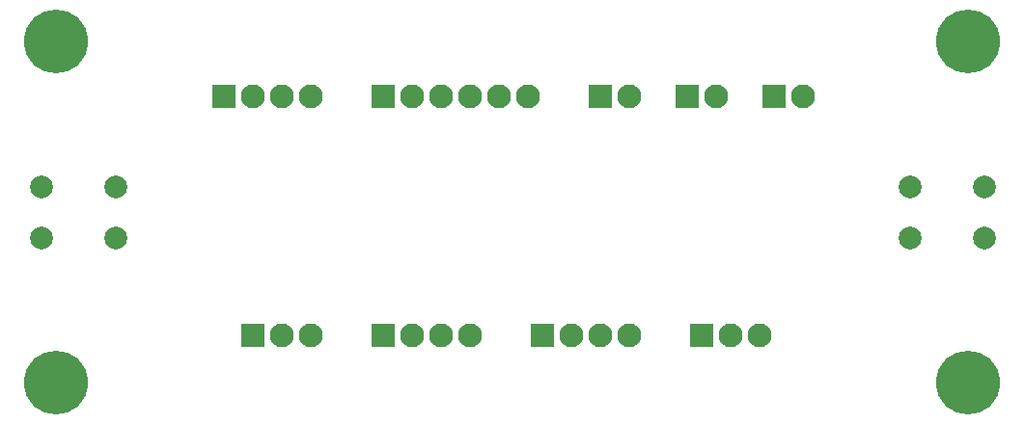
<source format=gbr>
%TF.GenerationSoftware,KiCad,Pcbnew,(6.0.2)*%
%TF.CreationDate,2022-02-22T20:29:11+01:00*%
%TF.ProjectId,tapa,74617061-2e6b-4696-9361-645f70636258,rev?*%
%TF.SameCoordinates,Original*%
%TF.FileFunction,Soldermask,Bot*%
%TF.FilePolarity,Negative*%
%FSLAX46Y46*%
G04 Gerber Fmt 4.6, Leading zero omitted, Abs format (unit mm)*
G04 Created by KiCad (PCBNEW (6.0.2)) date 2022-02-22 20:29:11*
%MOMM*%
%LPD*%
G01*
G04 APERTURE LIST*
%ADD10R,2.100000X2.100000*%
%ADD11C,2.100000*%
%ADD12C,5.600000*%
%ADD13C,2.000000*%
G04 APERTURE END LIST*
D10*
%TO.C,SW3*%
X100330000Y-59690000D03*
D11*
X102870000Y-59690000D03*
X105410000Y-59690000D03*
X107950000Y-59690000D03*
X110490000Y-59690000D03*
X113030000Y-59690000D03*
%TD*%
D12*
%TO.C,H3*%
X71688161Y-84856054D03*
%TD*%
%TO.C,H4*%
X151688161Y-84856054D03*
%TD*%
D10*
%TO.C,J4*%
X128270000Y-80645000D03*
D11*
X130810000Y-80645000D03*
X133350000Y-80645000D03*
%TD*%
D12*
%TO.C,H1*%
X71688161Y-54856054D03*
%TD*%
D10*
%TO.C,J1*%
X88900000Y-80650000D03*
D11*
X91440000Y-80650000D03*
X93980000Y-80650000D03*
%TD*%
D10*
%TO.C,SW6*%
X134620000Y-59690000D03*
D11*
X137160000Y-59690000D03*
%TD*%
D12*
%TO.C,H2*%
X151688161Y-54856054D03*
%TD*%
D10*
%TO.C,J5*%
X86355000Y-59695000D03*
D11*
X88895000Y-59695000D03*
X91435000Y-59695000D03*
X93975000Y-59695000D03*
%TD*%
D10*
%TO.C,SW4*%
X119380000Y-59690000D03*
D11*
X121920000Y-59690000D03*
%TD*%
D10*
%TO.C,SW5*%
X127000000Y-59690000D03*
D11*
X129540000Y-59690000D03*
%TD*%
D10*
%TO.C,J2*%
X100325000Y-80645000D03*
D11*
X102865000Y-80645000D03*
X105405000Y-80645000D03*
X107945000Y-80645000D03*
%TD*%
D10*
%TO.C,J3*%
X114295000Y-80645000D03*
D11*
X116835000Y-80645000D03*
X119375000Y-80645000D03*
X121915000Y-80645000D03*
%TD*%
D13*
%TO.C,SW2*%
X146610000Y-67600000D03*
X153110000Y-67600000D03*
X153110000Y-72100000D03*
X146610000Y-72100000D03*
%TD*%
%TO.C,SW1*%
X70410000Y-67600000D03*
X76910000Y-67600000D03*
X76910000Y-72100000D03*
X70410000Y-72100000D03*
%TD*%
M02*

</source>
